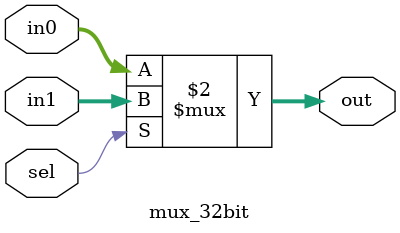
<source format=v>
module mux_32bit (in0, in1, sel, out);

input  [31:0] in0;
input  [31:0] in1;
input         sel;
output [31:0] out; 

assign out = (sel == 1'b0) ? in0 : in1;

endmodule
</source>
